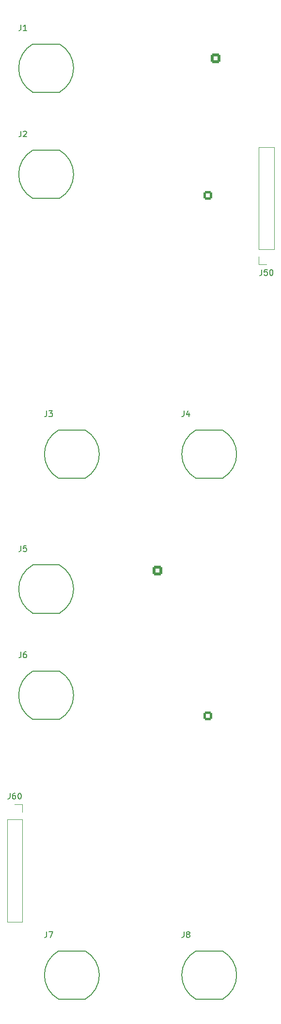
<source format=gto>
%TF.GenerationSoftware,KiCad,Pcbnew,9.0.0*%
%TF.CreationDate,2025-03-16T11:49:47+01:00*%
%TF.ProjectId,DMH_Transistor_VCA_PCB,444d485f-5472-4616-9e73-6973746f725f,1*%
%TF.SameCoordinates,Original*%
%TF.FileFunction,Legend,Top*%
%TF.FilePolarity,Positive*%
%FSLAX46Y46*%
G04 Gerber Fmt 4.6, Leading zero omitted, Abs format (unit mm)*
G04 Created by KiCad (PCBNEW 9.0.0) date 2025-03-16 11:49:47*
%MOMM*%
%LPD*%
G01*
G04 APERTURE LIST*
G04 Aperture macros list*
%AMRoundRect*
0 Rectangle with rounded corners*
0 $1 Rounding radius*
0 $2 $3 $4 $5 $6 $7 $8 $9 X,Y pos of 4 corners*
0 Add a 4 corners polygon primitive as box body*
4,1,4,$2,$3,$4,$5,$6,$7,$8,$9,$2,$3,0*
0 Add four circle primitives for the rounded corners*
1,1,$1+$1,$2,$3*
1,1,$1+$1,$4,$5*
1,1,$1+$1,$6,$7*
1,1,$1+$1,$8,$9*
0 Add four rect primitives between the rounded corners*
20,1,$1+$1,$2,$3,$4,$5,0*
20,1,$1+$1,$4,$5,$6,$7,0*
20,1,$1+$1,$6,$7,$8,$9,0*
20,1,$1+$1,$8,$9,$2,$3,0*%
%AMHorizOval*
0 Thick line with rounded ends*
0 $1 width*
0 $2 $3 position (X,Y) of the first rounded end (center of the circle)*
0 $4 $5 position (X,Y) of the second rounded end (center of the circle)*
0 Add line between two ends*
20,1,$1,$2,$3,$4,$5,0*
0 Add two circle primitives to create the rounded ends*
1,1,$1,$2,$3*
1,1,$1,$4,$5*%
G04 Aperture macros list end*
%ADD10C,0.150000*%
%ADD11C,0.120000*%
%ADD12RoundRect,0.250000X0.550000X0.550000X-0.550000X0.550000X-0.550000X-0.550000X0.550000X-0.550000X0*%
%ADD13C,1.600000*%
%ADD14R,1.700000X1.700000*%
%ADD15O,1.700000X1.700000*%
%ADD16HorizOval,1.712000X-0.533159X-0.533159X0.533159X0.533159X0*%
%ADD17O,1.712000X3.220000*%
%ADD18O,3.220000X1.712000*%
%ADD19O,1.600000X1.600000*%
%ADD20R,2.200000X2.200000*%
%ADD21O,2.200000X2.200000*%
%ADD22R,1.600000X1.600000*%
%ADD23R,1.500000X1.500000*%
%ADD24C,1.500000*%
%ADD25C,1.440000*%
%ADD26RoundRect,0.250000X-0.600000X0.600000X-0.600000X-0.600000X0.600000X-0.600000X0.600000X0.600000X0*%
%ADD27C,1.700000*%
%ADD28RoundRect,0.250000X0.600000X-0.600000X0.600000X0.600000X-0.600000X0.600000X-0.600000X-0.600000X0*%
G04 APERTURE END LIST*
D10*
X52190476Y-177059819D02*
X52190476Y-177774104D01*
X52190476Y-177774104D02*
X52142857Y-177916961D01*
X52142857Y-177916961D02*
X52047619Y-178012200D01*
X52047619Y-178012200D02*
X51904762Y-178059819D01*
X51904762Y-178059819D02*
X51809524Y-178059819D01*
X53095238Y-177059819D02*
X52904762Y-177059819D01*
X52904762Y-177059819D02*
X52809524Y-177107438D01*
X52809524Y-177107438D02*
X52761905Y-177155057D01*
X52761905Y-177155057D02*
X52666667Y-177297914D01*
X52666667Y-177297914D02*
X52619048Y-177488390D01*
X52619048Y-177488390D02*
X52619048Y-177869342D01*
X52619048Y-177869342D02*
X52666667Y-177964580D01*
X52666667Y-177964580D02*
X52714286Y-178012200D01*
X52714286Y-178012200D02*
X52809524Y-178059819D01*
X52809524Y-178059819D02*
X53000000Y-178059819D01*
X53000000Y-178059819D02*
X53095238Y-178012200D01*
X53095238Y-178012200D02*
X53142857Y-177964580D01*
X53142857Y-177964580D02*
X53190476Y-177869342D01*
X53190476Y-177869342D02*
X53190476Y-177631247D01*
X53190476Y-177631247D02*
X53142857Y-177536009D01*
X53142857Y-177536009D02*
X53095238Y-177488390D01*
X53095238Y-177488390D02*
X53000000Y-177440771D01*
X53000000Y-177440771D02*
X52809524Y-177440771D01*
X52809524Y-177440771D02*
X52714286Y-177488390D01*
X52714286Y-177488390D02*
X52666667Y-177536009D01*
X52666667Y-177536009D02*
X52619048Y-177631247D01*
X53809524Y-177059819D02*
X53904762Y-177059819D01*
X53904762Y-177059819D02*
X54000000Y-177107438D01*
X54000000Y-177107438D02*
X54047619Y-177155057D01*
X54047619Y-177155057D02*
X54095238Y-177250295D01*
X54095238Y-177250295D02*
X54142857Y-177440771D01*
X54142857Y-177440771D02*
X54142857Y-177678866D01*
X54142857Y-177678866D02*
X54095238Y-177869342D01*
X54095238Y-177869342D02*
X54047619Y-177964580D01*
X54047619Y-177964580D02*
X54000000Y-178012200D01*
X54000000Y-178012200D02*
X53904762Y-178059819D01*
X53904762Y-178059819D02*
X53809524Y-178059819D01*
X53809524Y-178059819D02*
X53714286Y-178012200D01*
X53714286Y-178012200D02*
X53666667Y-177964580D01*
X53666667Y-177964580D02*
X53619048Y-177869342D01*
X53619048Y-177869342D02*
X53571429Y-177678866D01*
X53571429Y-177678866D02*
X53571429Y-177440771D01*
X53571429Y-177440771D02*
X53619048Y-177250295D01*
X53619048Y-177250295D02*
X53666667Y-177155057D01*
X53666667Y-177155057D02*
X53714286Y-177107438D01*
X53714286Y-177107438D02*
X53809524Y-177059819D01*
X54091666Y-43204819D02*
X54091666Y-43919104D01*
X54091666Y-43919104D02*
X54044047Y-44061961D01*
X54044047Y-44061961D02*
X53948809Y-44157200D01*
X53948809Y-44157200D02*
X53805952Y-44204819D01*
X53805952Y-44204819D02*
X53710714Y-44204819D01*
X55091666Y-44204819D02*
X54520238Y-44204819D01*
X54805952Y-44204819D02*
X54805952Y-43204819D01*
X54805952Y-43204819D02*
X54710714Y-43347676D01*
X54710714Y-43347676D02*
X54615476Y-43442914D01*
X54615476Y-43442914D02*
X54520238Y-43490533D01*
X58591666Y-110454819D02*
X58591666Y-111169104D01*
X58591666Y-111169104D02*
X58544047Y-111311961D01*
X58544047Y-111311961D02*
X58448809Y-111407200D01*
X58448809Y-111407200D02*
X58305952Y-111454819D01*
X58305952Y-111454819D02*
X58210714Y-111454819D01*
X58972619Y-110454819D02*
X59591666Y-110454819D01*
X59591666Y-110454819D02*
X59258333Y-110835771D01*
X59258333Y-110835771D02*
X59401190Y-110835771D01*
X59401190Y-110835771D02*
X59496428Y-110883390D01*
X59496428Y-110883390D02*
X59544047Y-110931009D01*
X59544047Y-110931009D02*
X59591666Y-111026247D01*
X59591666Y-111026247D02*
X59591666Y-111264342D01*
X59591666Y-111264342D02*
X59544047Y-111359580D01*
X59544047Y-111359580D02*
X59496428Y-111407200D01*
X59496428Y-111407200D02*
X59401190Y-111454819D01*
X59401190Y-111454819D02*
X59115476Y-111454819D01*
X59115476Y-111454819D02*
X59020238Y-111407200D01*
X59020238Y-111407200D02*
X58972619Y-111359580D01*
X54091666Y-133954819D02*
X54091666Y-134669104D01*
X54091666Y-134669104D02*
X54044047Y-134811961D01*
X54044047Y-134811961D02*
X53948809Y-134907200D01*
X53948809Y-134907200D02*
X53805952Y-134954819D01*
X53805952Y-134954819D02*
X53710714Y-134954819D01*
X55044047Y-133954819D02*
X54567857Y-133954819D01*
X54567857Y-133954819D02*
X54520238Y-134431009D01*
X54520238Y-134431009D02*
X54567857Y-134383390D01*
X54567857Y-134383390D02*
X54663095Y-134335771D01*
X54663095Y-134335771D02*
X54901190Y-134335771D01*
X54901190Y-134335771D02*
X54996428Y-134383390D01*
X54996428Y-134383390D02*
X55044047Y-134431009D01*
X55044047Y-134431009D02*
X55091666Y-134526247D01*
X55091666Y-134526247D02*
X55091666Y-134764342D01*
X55091666Y-134764342D02*
X55044047Y-134859580D01*
X55044047Y-134859580D02*
X54996428Y-134907200D01*
X54996428Y-134907200D02*
X54901190Y-134954819D01*
X54901190Y-134954819D02*
X54663095Y-134954819D01*
X54663095Y-134954819D02*
X54567857Y-134907200D01*
X54567857Y-134907200D02*
X54520238Y-134859580D01*
X96190476Y-85844819D02*
X96190476Y-86559104D01*
X96190476Y-86559104D02*
X96142857Y-86701961D01*
X96142857Y-86701961D02*
X96047619Y-86797200D01*
X96047619Y-86797200D02*
X95904762Y-86844819D01*
X95904762Y-86844819D02*
X95809524Y-86844819D01*
X97142857Y-85844819D02*
X96666667Y-85844819D01*
X96666667Y-85844819D02*
X96619048Y-86321009D01*
X96619048Y-86321009D02*
X96666667Y-86273390D01*
X96666667Y-86273390D02*
X96761905Y-86225771D01*
X96761905Y-86225771D02*
X97000000Y-86225771D01*
X97000000Y-86225771D02*
X97095238Y-86273390D01*
X97095238Y-86273390D02*
X97142857Y-86321009D01*
X97142857Y-86321009D02*
X97190476Y-86416247D01*
X97190476Y-86416247D02*
X97190476Y-86654342D01*
X97190476Y-86654342D02*
X97142857Y-86749580D01*
X97142857Y-86749580D02*
X97095238Y-86797200D01*
X97095238Y-86797200D02*
X97000000Y-86844819D01*
X97000000Y-86844819D02*
X96761905Y-86844819D01*
X96761905Y-86844819D02*
X96666667Y-86797200D01*
X96666667Y-86797200D02*
X96619048Y-86749580D01*
X97809524Y-85844819D02*
X97904762Y-85844819D01*
X97904762Y-85844819D02*
X98000000Y-85892438D01*
X98000000Y-85892438D02*
X98047619Y-85940057D01*
X98047619Y-85940057D02*
X98095238Y-86035295D01*
X98095238Y-86035295D02*
X98142857Y-86225771D01*
X98142857Y-86225771D02*
X98142857Y-86463866D01*
X98142857Y-86463866D02*
X98095238Y-86654342D01*
X98095238Y-86654342D02*
X98047619Y-86749580D01*
X98047619Y-86749580D02*
X98000000Y-86797200D01*
X98000000Y-86797200D02*
X97904762Y-86844819D01*
X97904762Y-86844819D02*
X97809524Y-86844819D01*
X97809524Y-86844819D02*
X97714286Y-86797200D01*
X97714286Y-86797200D02*
X97666667Y-86749580D01*
X97666667Y-86749580D02*
X97619048Y-86654342D01*
X97619048Y-86654342D02*
X97571429Y-86463866D01*
X97571429Y-86463866D02*
X97571429Y-86225771D01*
X97571429Y-86225771D02*
X97619048Y-86035295D01*
X97619048Y-86035295D02*
X97666667Y-85940057D01*
X97666667Y-85940057D02*
X97714286Y-85892438D01*
X97714286Y-85892438D02*
X97809524Y-85844819D01*
X58591666Y-201204819D02*
X58591666Y-201919104D01*
X58591666Y-201919104D02*
X58544047Y-202061961D01*
X58544047Y-202061961D02*
X58448809Y-202157200D01*
X58448809Y-202157200D02*
X58305952Y-202204819D01*
X58305952Y-202204819D02*
X58210714Y-202204819D01*
X58972619Y-201204819D02*
X59639285Y-201204819D01*
X59639285Y-201204819D02*
X59210714Y-202204819D01*
X54091666Y-152454819D02*
X54091666Y-153169104D01*
X54091666Y-153169104D02*
X54044047Y-153311961D01*
X54044047Y-153311961D02*
X53948809Y-153407200D01*
X53948809Y-153407200D02*
X53805952Y-153454819D01*
X53805952Y-153454819D02*
X53710714Y-153454819D01*
X54996428Y-152454819D02*
X54805952Y-152454819D01*
X54805952Y-152454819D02*
X54710714Y-152502438D01*
X54710714Y-152502438D02*
X54663095Y-152550057D01*
X54663095Y-152550057D02*
X54567857Y-152692914D01*
X54567857Y-152692914D02*
X54520238Y-152883390D01*
X54520238Y-152883390D02*
X54520238Y-153264342D01*
X54520238Y-153264342D02*
X54567857Y-153359580D01*
X54567857Y-153359580D02*
X54615476Y-153407200D01*
X54615476Y-153407200D02*
X54710714Y-153454819D01*
X54710714Y-153454819D02*
X54901190Y-153454819D01*
X54901190Y-153454819D02*
X54996428Y-153407200D01*
X54996428Y-153407200D02*
X55044047Y-153359580D01*
X55044047Y-153359580D02*
X55091666Y-153264342D01*
X55091666Y-153264342D02*
X55091666Y-153026247D01*
X55091666Y-153026247D02*
X55044047Y-152931009D01*
X55044047Y-152931009D02*
X54996428Y-152883390D01*
X54996428Y-152883390D02*
X54901190Y-152835771D01*
X54901190Y-152835771D02*
X54710714Y-152835771D01*
X54710714Y-152835771D02*
X54615476Y-152883390D01*
X54615476Y-152883390D02*
X54567857Y-152931009D01*
X54567857Y-152931009D02*
X54520238Y-153026247D01*
X82591666Y-201204819D02*
X82591666Y-201919104D01*
X82591666Y-201919104D02*
X82544047Y-202061961D01*
X82544047Y-202061961D02*
X82448809Y-202157200D01*
X82448809Y-202157200D02*
X82305952Y-202204819D01*
X82305952Y-202204819D02*
X82210714Y-202204819D01*
X83210714Y-201633390D02*
X83115476Y-201585771D01*
X83115476Y-201585771D02*
X83067857Y-201538152D01*
X83067857Y-201538152D02*
X83020238Y-201442914D01*
X83020238Y-201442914D02*
X83020238Y-201395295D01*
X83020238Y-201395295D02*
X83067857Y-201300057D01*
X83067857Y-201300057D02*
X83115476Y-201252438D01*
X83115476Y-201252438D02*
X83210714Y-201204819D01*
X83210714Y-201204819D02*
X83401190Y-201204819D01*
X83401190Y-201204819D02*
X83496428Y-201252438D01*
X83496428Y-201252438D02*
X83544047Y-201300057D01*
X83544047Y-201300057D02*
X83591666Y-201395295D01*
X83591666Y-201395295D02*
X83591666Y-201442914D01*
X83591666Y-201442914D02*
X83544047Y-201538152D01*
X83544047Y-201538152D02*
X83496428Y-201585771D01*
X83496428Y-201585771D02*
X83401190Y-201633390D01*
X83401190Y-201633390D02*
X83210714Y-201633390D01*
X83210714Y-201633390D02*
X83115476Y-201681009D01*
X83115476Y-201681009D02*
X83067857Y-201728628D01*
X83067857Y-201728628D02*
X83020238Y-201823866D01*
X83020238Y-201823866D02*
X83020238Y-202014342D01*
X83020238Y-202014342D02*
X83067857Y-202109580D01*
X83067857Y-202109580D02*
X83115476Y-202157200D01*
X83115476Y-202157200D02*
X83210714Y-202204819D01*
X83210714Y-202204819D02*
X83401190Y-202204819D01*
X83401190Y-202204819D02*
X83496428Y-202157200D01*
X83496428Y-202157200D02*
X83544047Y-202109580D01*
X83544047Y-202109580D02*
X83591666Y-202014342D01*
X83591666Y-202014342D02*
X83591666Y-201823866D01*
X83591666Y-201823866D02*
X83544047Y-201728628D01*
X83544047Y-201728628D02*
X83496428Y-201681009D01*
X83496428Y-201681009D02*
X83401190Y-201633390D01*
X54091666Y-61704819D02*
X54091666Y-62419104D01*
X54091666Y-62419104D02*
X54044047Y-62561961D01*
X54044047Y-62561961D02*
X53948809Y-62657200D01*
X53948809Y-62657200D02*
X53805952Y-62704819D01*
X53805952Y-62704819D02*
X53710714Y-62704819D01*
X54520238Y-61800057D02*
X54567857Y-61752438D01*
X54567857Y-61752438D02*
X54663095Y-61704819D01*
X54663095Y-61704819D02*
X54901190Y-61704819D01*
X54901190Y-61704819D02*
X54996428Y-61752438D01*
X54996428Y-61752438D02*
X55044047Y-61800057D01*
X55044047Y-61800057D02*
X55091666Y-61895295D01*
X55091666Y-61895295D02*
X55091666Y-61990533D01*
X55091666Y-61990533D02*
X55044047Y-62133390D01*
X55044047Y-62133390D02*
X54472619Y-62704819D01*
X54472619Y-62704819D02*
X55091666Y-62704819D01*
X82591666Y-110454819D02*
X82591666Y-111169104D01*
X82591666Y-111169104D02*
X82544047Y-111311961D01*
X82544047Y-111311961D02*
X82448809Y-111407200D01*
X82448809Y-111407200D02*
X82305952Y-111454819D01*
X82305952Y-111454819D02*
X82210714Y-111454819D01*
X83496428Y-110788152D02*
X83496428Y-111454819D01*
X83258333Y-110407200D02*
X83020238Y-111121485D01*
X83020238Y-111121485D02*
X83639285Y-111121485D01*
D11*
%TO.C,J60*%
X51670000Y-181645000D02*
X51670000Y-199485000D01*
X51670000Y-181645000D02*
X54330000Y-181645000D01*
X51670000Y-199485000D02*
X54330000Y-199485000D01*
X53000000Y-179045000D02*
X54330000Y-179045000D01*
X54330000Y-179045000D02*
X54330000Y-180375000D01*
X54330000Y-181645000D02*
X54330000Y-199485000D01*
D10*
%TO.C,J1*%
X58500000Y-46550000D02*
X56150000Y-46550000D01*
X58500000Y-46550000D02*
X60850000Y-46550000D01*
X58500000Y-54950000D02*
X56150000Y-54950000D01*
X58500000Y-54950000D02*
X60850000Y-54950000D01*
X53700000Y-50750000D02*
G75*
G02*
X56156222Y-46561121I4800000J0D01*
G01*
X56156222Y-54938879D02*
G75*
G02*
X53700000Y-50750000I2343778J4188879D01*
G01*
X60843778Y-46561121D02*
G75*
G02*
X63300000Y-50750000I-2343781J-4188881D01*
G01*
X63300000Y-50750000D02*
G75*
G02*
X60843778Y-54938879I-4800003J2D01*
G01*
%TO.C,J3*%
X63000000Y-113800000D02*
X60650000Y-113800000D01*
X63000000Y-113800000D02*
X65350000Y-113800000D01*
X63000000Y-122200000D02*
X60650000Y-122200000D01*
X63000000Y-122200000D02*
X65350000Y-122200000D01*
X58200000Y-118000000D02*
G75*
G02*
X60656222Y-113811121I4800000J0D01*
G01*
X60656222Y-122188879D02*
G75*
G02*
X58200000Y-118000000I2343778J4188879D01*
G01*
X65343778Y-113811121D02*
G75*
G02*
X67800000Y-118000000I-2343781J-4188881D01*
G01*
X67800000Y-118000000D02*
G75*
G02*
X65343778Y-122188879I-4800003J2D01*
G01*
%TO.C,J5*%
X58500000Y-137300000D02*
X56150000Y-137300000D01*
X58500000Y-137300000D02*
X60850000Y-137300000D01*
X58500000Y-145700000D02*
X56150000Y-145700000D01*
X58500000Y-145700000D02*
X60850000Y-145700000D01*
X53700000Y-141500000D02*
G75*
G02*
X56156222Y-137311121I4800000J0D01*
G01*
X56156222Y-145688879D02*
G75*
G02*
X53700000Y-141500000I2343778J4188879D01*
G01*
X60843778Y-137311121D02*
G75*
G02*
X63300000Y-141500000I-2343781J-4188881D01*
G01*
X63300000Y-141500000D02*
G75*
G02*
X60843778Y-145688879I-4800003J2D01*
G01*
D11*
%TO.C,J50*%
X95670000Y-82350000D02*
X95670000Y-64510000D01*
X95670000Y-84950000D02*
X95670000Y-83620000D01*
X97000000Y-84950000D02*
X95670000Y-84950000D01*
X98330000Y-64510000D02*
X95670000Y-64510000D01*
X98330000Y-82350000D02*
X95670000Y-82350000D01*
X98330000Y-82350000D02*
X98330000Y-64510000D01*
D10*
%TO.C,J7*%
X63000000Y-204550000D02*
X60650000Y-204550000D01*
X63000000Y-204550000D02*
X65350000Y-204550000D01*
X63000000Y-212950000D02*
X60650000Y-212950000D01*
X63000000Y-212950000D02*
X65350000Y-212950000D01*
X58200000Y-208750000D02*
G75*
G02*
X60656222Y-204561121I4800000J0D01*
G01*
X60656222Y-212938879D02*
G75*
G02*
X58200000Y-208750000I2343778J4188879D01*
G01*
X65343778Y-204561121D02*
G75*
G02*
X67800000Y-208750000I-2343781J-4188881D01*
G01*
X67800000Y-208750000D02*
G75*
G02*
X65343778Y-212938879I-4800003J2D01*
G01*
%TO.C,J6*%
X58500000Y-155800000D02*
X56150000Y-155800000D01*
X58500000Y-155800000D02*
X60850000Y-155800000D01*
X58500000Y-164200000D02*
X56150000Y-164200000D01*
X58500000Y-164200000D02*
X60850000Y-164200000D01*
X53700000Y-160000000D02*
G75*
G02*
X56156222Y-155811121I4800000J0D01*
G01*
X56156222Y-164188879D02*
G75*
G02*
X53700000Y-160000000I2343778J4188879D01*
G01*
X60843778Y-155811121D02*
G75*
G02*
X63300000Y-160000000I-2343781J-4188881D01*
G01*
X63300000Y-160000000D02*
G75*
G02*
X60843778Y-164188879I-4800003J2D01*
G01*
%TO.C,J8*%
X87000000Y-204550000D02*
X84650000Y-204550000D01*
X87000000Y-204550000D02*
X89350000Y-204550000D01*
X87000000Y-212950000D02*
X84650000Y-212950000D01*
X87000000Y-212950000D02*
X89350000Y-212950000D01*
X82200000Y-208750000D02*
G75*
G02*
X84656222Y-204561121I4800000J0D01*
G01*
X84656222Y-212938879D02*
G75*
G02*
X82200000Y-208750000I2343778J4188879D01*
G01*
X89343778Y-204561121D02*
G75*
G02*
X91800000Y-208750000I-2343781J-4188881D01*
G01*
X91800000Y-208750000D02*
G75*
G02*
X89343778Y-212938879I-4800003J2D01*
G01*
%TO.C,J2*%
X58500000Y-65050000D02*
X56150000Y-65050000D01*
X58500000Y-65050000D02*
X60850000Y-65050000D01*
X58500000Y-73450000D02*
X56150000Y-73450000D01*
X58500000Y-73450000D02*
X60850000Y-73450000D01*
X53700000Y-69250000D02*
G75*
G02*
X56156222Y-65061121I4800000J0D01*
G01*
X56156222Y-73438879D02*
G75*
G02*
X53700000Y-69250000I2343778J4188879D01*
G01*
X60843778Y-65061121D02*
G75*
G02*
X63300000Y-69250000I-2343781J-4188881D01*
G01*
X63300000Y-69250000D02*
G75*
G02*
X60843778Y-73438879I-4800003J2D01*
G01*
%TO.C,J4*%
X87000000Y-113800000D02*
X84650000Y-113800000D01*
X87000000Y-113800000D02*
X89350000Y-113800000D01*
X87000000Y-122200000D02*
X84650000Y-122200000D01*
X87000000Y-122200000D02*
X89350000Y-122200000D01*
X82200000Y-118000000D02*
G75*
G02*
X84656222Y-113811121I4800000J0D01*
G01*
X84656222Y-122188879D02*
G75*
G02*
X82200000Y-118000000I2343778J4188879D01*
G01*
X89343778Y-113811121D02*
G75*
G02*
X91800000Y-118000000I-2343781J-4188881D01*
G01*
X91800000Y-118000000D02*
G75*
G02*
X89343778Y-122188879I-4800003J2D01*
G01*
%TD*%
%LPC*%
D12*
%TO.C,U1*%
X86800000Y-72875000D03*
D13*
X86800000Y-75415000D03*
X86800000Y-77955000D03*
X86800000Y-80495000D03*
X86800000Y-83035000D03*
X86800000Y-85575000D03*
X86800000Y-88115000D03*
X79180000Y-88115000D03*
X79180000Y-85575000D03*
X79180000Y-83035000D03*
X79180000Y-80495000D03*
X79180000Y-77955000D03*
X79180000Y-75415000D03*
X79180000Y-72875000D03*
%TD*%
D12*
%TO.C,U2*%
X86800000Y-163625000D03*
D13*
X86800000Y-166165000D03*
X86800000Y-168705000D03*
X86800000Y-171245000D03*
X86800000Y-173785000D03*
X86800000Y-176325000D03*
X86800000Y-178865000D03*
X79180000Y-178865000D03*
X79180000Y-176325000D03*
X79180000Y-173785000D03*
X79180000Y-171245000D03*
X79180000Y-168705000D03*
X79180000Y-166165000D03*
X79180000Y-163625000D03*
%TD*%
D14*
%TO.C,J60*%
X53000000Y-180375000D03*
D15*
X53000000Y-182915000D03*
X53000000Y-185455000D03*
X53000000Y-187995000D03*
X53000000Y-190535000D03*
X53000000Y-193075000D03*
X53000000Y-195615000D03*
X53000000Y-198155000D03*
%TD*%
D16*
%TO.C,J1*%
X53903810Y-46153810D03*
D17*
X65000000Y-50250000D03*
D18*
X61000000Y-44250000D03*
%TD*%
D16*
%TO.C,J3*%
X58403810Y-113403810D03*
D17*
X69500000Y-117500000D03*
D18*
X65500000Y-111500000D03*
%TD*%
D16*
%TO.C,J5*%
X53903810Y-136903810D03*
D17*
X65000000Y-141000000D03*
D18*
X61000000Y-135000000D03*
%TD*%
D14*
%TO.C,J50*%
X97000000Y-83620000D03*
D15*
X97000000Y-81080000D03*
X97000000Y-78540000D03*
X97000000Y-76000000D03*
X97000000Y-73460000D03*
X97000000Y-70920000D03*
X97000000Y-68380000D03*
X97000000Y-65840000D03*
%TD*%
D16*
%TO.C,J7*%
X58403810Y-204153810D03*
D17*
X69500000Y-208250000D03*
D18*
X65500000Y-202250000D03*
%TD*%
D16*
%TO.C,J6*%
X53903810Y-155403810D03*
D17*
X65000000Y-159500000D03*
D18*
X61000000Y-153500000D03*
%TD*%
D16*
%TO.C,J8*%
X82403810Y-204153810D03*
D17*
X93500000Y-208250000D03*
D18*
X89500000Y-202250000D03*
%TD*%
D16*
%TO.C,J2*%
X53903810Y-64653810D03*
D17*
X65000000Y-68750000D03*
D18*
X61000000Y-62750000D03*
%TD*%
D16*
%TO.C,J4*%
X82403810Y-113403810D03*
D17*
X93500000Y-117500000D03*
D18*
X89500000Y-111500000D03*
%TD*%
D13*
%TO.C,R26*%
X69000000Y-167440000D03*
D19*
X69000000Y-175060000D03*
%TD*%
D20*
%TO.C,D2*%
X97000000Y-44170000D03*
D21*
X97000000Y-54330000D03*
%TD*%
D22*
%TO.C,C2*%
X90794888Y-57500000D03*
D13*
X92794888Y-57500000D03*
%TD*%
D20*
%TO.C,D1*%
X69250000Y-54330000D03*
D21*
X69250000Y-44170000D03*
%TD*%
D13*
%TO.C,R17*%
X69500000Y-76690000D03*
D19*
X69500000Y-84310000D03*
%TD*%
D13*
%TO.C,R3*%
X86810000Y-66250000D03*
D19*
X79190000Y-66250000D03*
%TD*%
D13*
%TO.C,R25*%
X69000000Y-155940000D03*
D19*
X69000000Y-163560000D03*
%TD*%
D13*
%TO.C,C6*%
X76250000Y-84250000D03*
X76250000Y-79250000D03*
%TD*%
%TO.C,R1*%
X79190000Y-63000000D03*
D19*
X86810000Y-63000000D03*
%TD*%
D23*
%TO.C,Q1*%
X81000000Y-103460000D03*
D24*
X81000000Y-106000000D03*
X81000000Y-108540000D03*
%TD*%
D13*
%TO.C,R32*%
X90000000Y-186560000D03*
D19*
X90000000Y-178940000D03*
%TD*%
D23*
%TO.C,Q2*%
X85050000Y-108550000D03*
D24*
X85050000Y-106010000D03*
X85050000Y-103470000D03*
%TD*%
D13*
%TO.C,C3*%
X69250000Y-56750000D03*
X69250000Y-61750000D03*
%TD*%
%TO.C,R12*%
X86750000Y-92690000D03*
D19*
X86750000Y-100310000D03*
%TD*%
D13*
%TO.C,R42*%
X69000000Y-178940000D03*
D19*
X69000000Y-186560000D03*
%TD*%
D25*
%TO.C,RV8*%
X95500000Y-168460000D03*
X95500000Y-171000000D03*
X95500000Y-173540000D03*
%TD*%
D13*
%TO.C,C7*%
X89750000Y-170000000D03*
X89750000Y-175000000D03*
%TD*%
%TO.C,R41*%
X72250000Y-186560000D03*
D19*
X72250000Y-178940000D03*
%TD*%
D13*
%TO.C,C4*%
X97000000Y-61750000D03*
X97000000Y-56750000D03*
%TD*%
%TO.C,R35*%
X73750000Y-190940000D03*
D19*
X73750000Y-198560000D03*
%TD*%
D13*
%TO.C,C8*%
X76250000Y-175000000D03*
X76250000Y-170000000D03*
%TD*%
%TO.C,R30*%
X72250000Y-163560000D03*
D19*
X72250000Y-155940000D03*
%TD*%
D13*
%TO.C,R36*%
X79750000Y-183190000D03*
D19*
X79750000Y-190810000D03*
%TD*%
D23*
%TO.C,Q3*%
X85050000Y-199290000D03*
D24*
X85050000Y-196750000D03*
X85050000Y-194210000D03*
%TD*%
D13*
%TO.C,R38*%
X95250000Y-178940000D03*
D19*
X95250000Y-186560000D03*
%TD*%
D25*
%TO.C,RV10*%
X92800000Y-130000000D03*
X90260000Y-130000000D03*
X87720000Y-130000000D03*
%TD*%
D13*
%TO.C,R15*%
X89750000Y-108560000D03*
D19*
X89750000Y-100940000D03*
%TD*%
D13*
%TO.C,R4*%
X90000000Y-88190000D03*
D19*
X90000000Y-95810000D03*
%TD*%
D25*
%TO.C,RV12*%
X92790000Y-147750000D03*
X90250000Y-147750000D03*
X87710000Y-147750000D03*
%TD*%
D13*
%TO.C,R31*%
X72250000Y-167440000D03*
D19*
X72250000Y-175060000D03*
%TD*%
D13*
%TO.C,C5*%
X89750000Y-79250000D03*
X89750000Y-84250000D03*
%TD*%
D22*
%TO.C,C1*%
X73294888Y-57500000D03*
D13*
X75294888Y-57500000D03*
%TD*%
%TO.C,R39*%
X75500000Y-178940000D03*
D19*
X75500000Y-186560000D03*
%TD*%
D13*
%TO.C,R7*%
X69500000Y-95810000D03*
D19*
X69500000Y-88190000D03*
%TD*%
D13*
%TO.C,R16*%
X72750000Y-76690000D03*
D19*
X72750000Y-84310000D03*
%TD*%
D25*
%TO.C,RV7*%
X92250000Y-64450000D03*
X92250000Y-66990000D03*
X92250000Y-69530000D03*
%TD*%
%TO.C,RV9*%
X85540000Y-56750000D03*
X83000000Y-56750000D03*
X80460000Y-56750000D03*
%TD*%
D13*
%TO.C,R22*%
X91500000Y-155690000D03*
D19*
X91500000Y-163310000D03*
%TD*%
D13*
%TO.C,R20*%
X72750000Y-72810000D03*
D19*
X72750000Y-65190000D03*
%TD*%
D13*
%TO.C,R6*%
X96500000Y-95810000D03*
D19*
X96500000Y-88190000D03*
%TD*%
D13*
%TO.C,R23*%
X94750000Y-155690000D03*
D19*
X94750000Y-163310000D03*
%TD*%
D26*
%TO.C,J200*%
X77920000Y-138247500D03*
D27*
X80460000Y-138247500D03*
X83000000Y-138247500D03*
X85540000Y-138247500D03*
X88080000Y-138247500D03*
X77920000Y-140787500D03*
X80460000Y-140787500D03*
X83000000Y-140787500D03*
X85540000Y-140787500D03*
X88080000Y-140787500D03*
%TD*%
D13*
%TO.C,R9*%
X72750000Y-88190000D03*
D19*
X72750000Y-95810000D03*
%TD*%
D13*
%TO.C,R10*%
X79250000Y-92690000D03*
D19*
X79250000Y-100310000D03*
%TD*%
D13*
%TO.C,R13*%
X83000000Y-92690000D03*
D19*
X83000000Y-100310000D03*
%TD*%
D13*
%TO.C,R19*%
X69500000Y-72810000D03*
D19*
X69500000Y-65190000D03*
%TD*%
D13*
%TO.C,R14*%
X94250000Y-108560000D03*
D19*
X94250000Y-100940000D03*
%TD*%
D13*
%TO.C,R24*%
X79190000Y-157000000D03*
D19*
X86810000Y-157000000D03*
%TD*%
D13*
%TO.C,R34*%
X83000000Y-183190000D03*
D19*
X83000000Y-190810000D03*
%TD*%
D13*
%TO.C,R11*%
X75310000Y-100250000D03*
D19*
X67690000Y-100250000D03*
%TD*%
D25*
%TO.C,RV11*%
X78040000Y-147750000D03*
X75500000Y-147750000D03*
X72960000Y-147750000D03*
%TD*%
D13*
%TO.C,R33*%
X86250000Y-190810000D03*
D19*
X86250000Y-183190000D03*
%TD*%
D13*
%TO.C,R8*%
X76000000Y-88190000D03*
D19*
X76000000Y-95810000D03*
%TD*%
D28*
%TO.C,J100*%
X88080000Y-49002500D03*
D27*
X88080000Y-46462500D03*
X85540000Y-49002500D03*
X85540000Y-46462500D03*
X83000000Y-49002500D03*
X83000000Y-46462500D03*
X80460000Y-49002500D03*
X80460000Y-46462500D03*
X77920000Y-49002500D03*
X77920000Y-46462500D03*
%TD*%
D13*
%TO.C,R29*%
X75500000Y-155940000D03*
D19*
X75500000Y-163560000D03*
%TD*%
D23*
%TO.C,Q4*%
X81000000Y-194210000D03*
D24*
X81000000Y-196750000D03*
X81000000Y-199290000D03*
%TD*%
D13*
%TO.C,R28*%
X86810000Y-153750000D03*
D19*
X79190000Y-153750000D03*
%TD*%
D13*
%TO.C,R18*%
X76000000Y-65190000D03*
D19*
X76000000Y-72810000D03*
%TD*%
%LPD*%
M02*

</source>
